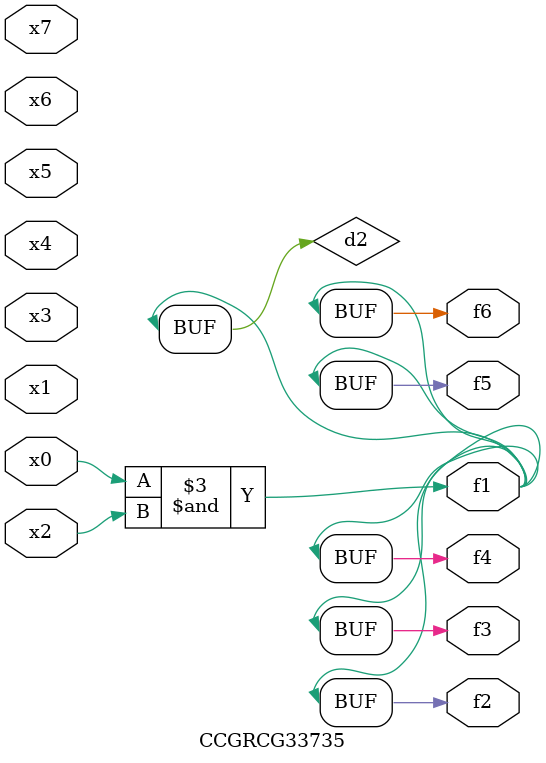
<source format=v>
module CCGRCG33735(
	input x0, x1, x2, x3, x4, x5, x6, x7,
	output f1, f2, f3, f4, f5, f6
);

	wire d1, d2;

	nor (d1, x3, x6);
	and (d2, x0, x2);
	assign f1 = d2;
	assign f2 = d2;
	assign f3 = d2;
	assign f4 = d2;
	assign f5 = d2;
	assign f6 = d2;
endmodule

</source>
